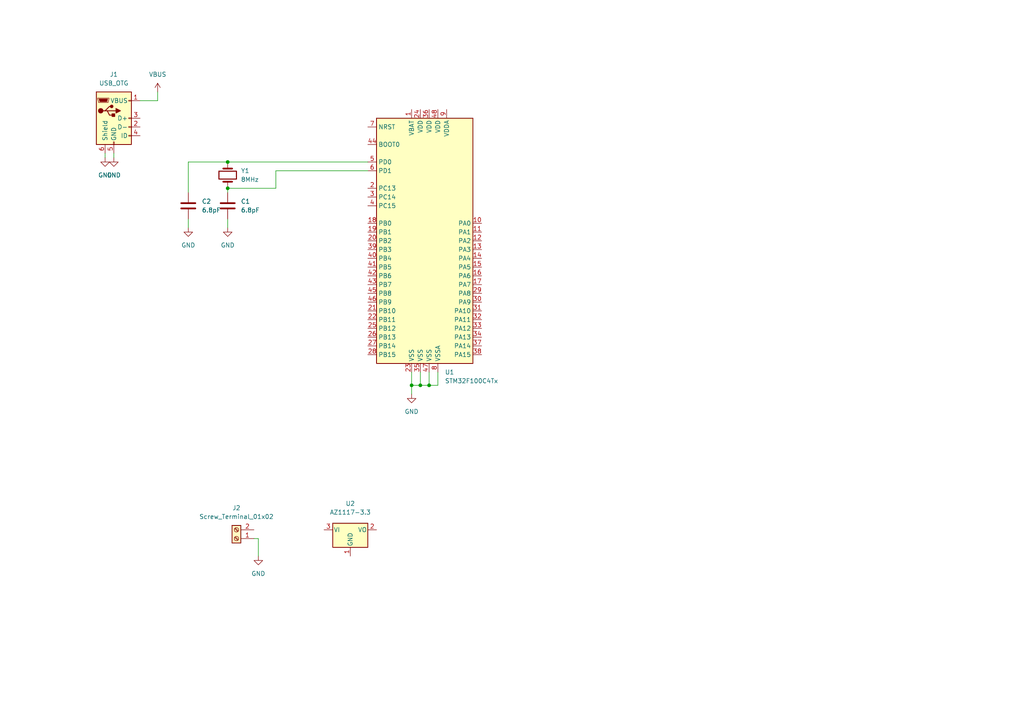
<source format=kicad_sch>
(kicad_sch (version 20211123) (generator eeschema)
  (paper "A4")
  (title_block (title "STM32F100C4_minsys") (date "2023-03-25") (rev "V01") (company "Elab Untidar") (comment 1 "Author : Dwi Kurniawan"))
  (lib_symbols
    (symbol "Connector:Screw_Terminal_01x02" (pin_names (offset 1.016) hide)
      (property "Reference" "J" (at 0 2.54 0))
      (property "Value" "Screw_Terminal_01x02" (at 0 -5.08 0))
      (symbol "Screw_Terminal_01x02_1_1"
        (rectangle (start -1.27 1.27) (end 1.27 -3.81) (stroke (width 0.254)) (fill (type background)))
        (circle (center 0 -2.54) (radius 0.635) (stroke (width 0.1524)))
        (polyline (pts (xy -0.5334 -2.2098) (xy 0.3302 -3.048)) (stroke (width 0.1524)))
        (polyline (pts (xy -0.5334 0.3302) (xy 0.3302 -0.508)) (stroke (width 0.1524)))
        (polyline (pts (xy -0.3556 -2.032) (xy 0.508 -2.8702)) (stroke (width 0.1524)))
        (polyline (pts (xy -0.3556 0.508) (xy 0.508 -0.3302)) (stroke (width 0.1524)))
        (circle (center 0 0) (radius 0.635) (stroke (width 0.1524)))
        (pin passive line (at -5.08 0 0) (length 3.81) (name "Pin_1") (number "1"))
        (pin passive line (at -5.08 -2.54 0) (length 3.81) (name "Pin_2") (number "2"))
      )
    )
    (symbol "Connector:USB_OTG" (pin_names (offset 1.016))
      (property "Reference" "J" (at -5.08 11.43 0))
      (property "Value" "USB_OTG" (at -5.08 8.89 0))
      (symbol "USB_OTG_0_1"
        (rectangle (start -5.08 -7.62) (end 5.08 7.62) (stroke (width 0.254)) (fill (type background)))
        (circle (center -3.81 2.159) (radius 0.635) (stroke (width 0.254)) (fill (type outline)))
        (circle (center -0.635 3.429) (radius 0.381) (stroke (width 0.254)) (fill (type outline)))
        (rectangle (start -0.127 -7.62) (end 0.127 -6.858))
        (polyline (pts (xy -1.905 2.159) (xy 0.635 2.159)) (stroke (width 0.254)))
        (polyline (pts (xy -3.175 2.159) (xy -2.54 2.159) (xy -1.27 3.429) (xy -0.635 3.429)) (stroke (width 0.254)))
        (polyline (pts (xy -2.54 2.159) (xy -1.905 2.159) (xy -1.27 0.889) (xy 0 0.889)) (stroke (width 0.254)))
        (polyline (pts (xy 0.635 2.794) (xy 0.635 1.524) (xy 1.905 2.159) (xy 0.635 2.794)) (stroke (width 0.254)) (fill (type outline)))
        (polyline (pts (xy -4.318 5.588) (xy -1.778 5.588) (xy -2.032 4.826) (xy -4.064 4.826) (xy -4.318 5.588)) (fill (type outline)))
        (polyline (pts (xy -4.699 5.842) (xy -4.699 5.588) (xy -4.445 4.826) (xy -4.445 4.572) (xy -1.651 4.572) (xy -1.651 4.826) (xy -1.397 5.588) (xy -1.397 5.842) (xy -4.699 5.842)))
        (rectangle (start 0.254 1.27) (end -0.508 0.508) (stroke (width 0.254)) (fill (type outline)))
        (rectangle (start 5.08 -5.207) (end 4.318 -4.953))
        (rectangle (start 5.08 -2.667) (end 4.318 -2.413))
        (rectangle (start 5.08 -0.127) (end 4.318 0.127))
        (rectangle (start 5.08 4.953) (end 4.318 5.207))
      )
      (symbol "USB_OTG_1_1"
        (pin passive line (at 7.62 5.08 180) (length 2.54) (name "VBUS") (number "1"))
        (pin bidirectional line (at 7.62 -2.54 180) (length 2.54) (name "D-") (number "2"))
        (pin bidirectional line (at 7.62 0 180) (length 2.54) (name "D+") (number "3"))
        (pin passive line (at 7.62 -5.08 180) (length 2.54) (name "ID") (number "4"))
        (pin passive line (at 0 -10.16 90) (length 2.54) (name "GND") (number "5"))
        (pin passive line (at -2.54 -10.16 90) (length 2.54) (name "Shield") (number "6"))
      )
    )
    (symbol "Device:C" (pin_numbers hide) (pin_names (offset 0.254))
      (property "Reference" "C" (at 0.635 2.54 0))
      (property "Value" "C" (at 0.635 -2.54 0))
      (symbol "C_0_1"
        (polyline (pts (xy -2.032 -0.762) (xy 2.032 -0.762)) (stroke (width 0.508)))
        (polyline (pts (xy -2.032 0.762) (xy 2.032 0.762)) (stroke (width 0.508)))
      )
      (symbol "C_1_1"
        (pin passive line (at 0 3.81 270) (length 2.794) (name "~") (number "1"))
        (pin passive line (at 0 -3.81 90) (length 2.794) (name "~") (number "2"))
      )
    )
    (symbol "Device:Crystal" (pin_numbers hide) (pin_names (offset 1.016) hide)
      (property "Reference" "Y" (at 0 3.81 0))
      (property "Value" "Crystal" (at 0 -3.81 0))
      (symbol "Crystal_0_1"
        (rectangle (start -1.143 2.54) (end 1.143 -2.54) (stroke (width 0.3048)))
        (polyline (pts (xy -2.54 0) (xy -1.905 0)))
        (polyline (pts (xy -1.905 -1.27) (xy -1.905 1.27)) (stroke (width 0.508)))
        (polyline (pts (xy 1.905 -1.27) (xy 1.905 1.27)) (stroke (width 0.508)))
        (polyline (pts (xy 2.54 0) (xy 1.905 0)))
      )
      (symbol "Crystal_1_1"
        (pin passive line (at -3.81 0 0) (length 1.27) (name "1") (number "1"))
        (pin passive line (at 3.81 0 180) (length 1.27) (name "2") (number "2"))
      )
    )
    (symbol "MCU_ST_STM32F1:STM32F100C4Tx"
      (property "Reference" "U" (at -15.24 36.83 0))
      (property "Value" "STM32F100C4Tx" (at 7.62 36.83 0))
      (symbol "STM32F100C4Tx_0_1"
        (rectangle (start -15.24 -35.56) (end 12.7 35.56) (stroke (width 0.254)) (fill (type background)))
      )
      (symbol "STM32F100C4Tx_1_1"
        (pin power_in line (at -5.08 38.1 270) (length 2.54) (name "VBAT") (number "1"))
        (pin bidirectional line (at 15.24 5.08 180) (length 2.54) (name "PA0") (number "10"))
        (pin bidirectional line (at 15.24 2.54 180) (length 2.54) (name "PA1") (number "11"))
        (pin bidirectional line (at 15.24 0 180) (length 2.54) (name "PA2") (number "12"))
        (pin bidirectional line (at 15.24 -2.54 180) (length 2.54) (name "PA3") (number "13"))
        (pin bidirectional line (at 15.24 -5.08 180) (length 2.54) (name "PA4") (number "14"))
        (pin bidirectional line (at 15.24 -7.62 180) (length 2.54) (name "PA5") (number "15"))
        (pin bidirectional line (at 15.24 -10.16 180) (length 2.54) (name "PA6") (number "16"))
        (pin bidirectional line (at 15.24 -12.7 180) (length 2.54) (name "PA7") (number "17"))
        (pin bidirectional line (at -17.78 5.08 0) (length 2.54) (name "PB0") (number "18"))
        (pin bidirectional line (at -17.78 2.54 0) (length 2.54) (name "PB1") (number "19"))
        (pin bidirectional line (at -17.78 15.24 0) (length 2.54) (name "PC13") (number "2"))
        (pin bidirectional line (at -17.78 0 0) (length 2.54) (name "PB2") (number "20"))
        (pin bidirectional line (at -17.78 -20.32 0) (length 2.54) (name "PB10") (number "21"))
        (pin bidirectional line (at -17.78 -22.86 0) (length 2.54) (name "PB11") (number "22"))
        (pin power_in line (at -5.08 -38.1 90) (length 2.54) (name "VSS") (number "23"))
        (pin power_in line (at -2.54 38.1 270) (length 2.54) (name "VDD") (number "24"))
        (pin bidirectional line (at -17.78 -25.4 0) (length 2.54) (name "PB12") (number "25"))
        (pin bidirectional line (at -17.78 -27.94 0) (length 2.54) (name "PB13") (number "26"))
        (pin bidirectional line (at -17.78 -30.48 0) (length 2.54) (name "PB14") (number "27"))
        (pin bidirectional line (at -17.78 -33.02 0) (length 2.54) (name "PB15") (number "28"))
        (pin bidirectional line (at 15.24 -15.24 180) (length 2.54) (name "PA8") (number "29"))
        (pin bidirectional line (at -17.78 12.7 0) (length 2.54) (name "PC14") (number "3"))
        (pin bidirectional line (at 15.24 -17.78 180) (length 2.54) (name "PA9") (number "30"))
        (pin bidirectional line (at 15.24 -20.32 180) (length 2.54) (name "PA10") (number "31"))
        (pin bidirectional line (at 15.24 -22.86 180) (length 2.54) (name "PA11") (number "32"))
        (pin bidirectional line (at 15.24 -25.4 180) (length 2.54) (name "PA12") (number "33"))
        (pin bidirectional line (at 15.24 -27.94 180) (length 2.54) (name "PA13") (number "34"))
        (pin power_in line (at -2.54 -38.1 90) (length 2.54) (name "VSS") (number "35"))
        (pin power_in line (at 0 38.1 270) (length 2.54) (name "VDD") (number "36"))
        (pin bidirectional line (at 15.24 -30.48 180) (length 2.54) (name "PA14") (number "37"))
        (pin bidirectional line (at 15.24 -33.02 180) (length 2.54) (name "PA15") (number "38"))
        (pin bidirectional line (at -17.78 -2.54 0) (length 2.54) (name "PB3") (number "39"))
        (pin bidirectional line (at -17.78 10.16 0) (length 2.54) (name "PC15") (number "4"))
        (pin bidirectional line (at -17.78 -5.08 0) (length 2.54) (name "PB4") (number "40"))
        (pin bidirectional line (at -17.78 -7.62 0) (length 2.54) (name "PB5") (number "41"))
        (pin bidirectional line (at -17.78 -10.16 0) (length 2.54) (name "PB6") (number "42"))
        (pin bidirectional line (at -17.78 -12.7 0) (length 2.54) (name "PB7") (number "43"))
        (pin input line (at -17.78 27.94 0) (length 2.54) (name "BOOT0") (number "44"))
        (pin bidirectional line (at -17.78 -15.24 0) (length 2.54) (name "PB8") (number "45"))
        (pin bidirectional line (at -17.78 -17.78 0) (length 2.54) (name "PB9") (number "46"))
        (pin power_in line (at 0 -38.1 90) (length 2.54) (name "VSS") (number "47"))
        (pin power_in line (at 2.54 38.1 270) (length 2.54) (name "VDD") (number "48"))
        (pin input line (at -17.78 22.86 0) (length 2.54) (name "PD0") (number "5"))
        (pin input line (at -17.78 20.32 0) (length 2.54) (name "PD1") (number "6"))
        (pin input line (at -17.78 33.02 0) (length 2.54) (name "NRST") (number "7"))
        (pin power_in line (at 2.54 -38.1 90) (length 2.54) (name "VSSA") (number "8"))
        (pin power_in line (at 5.08 38.1 270) (length 2.54) (name "VDDA") (number "9"))
      )
    )
    (symbol "Regulator_Linear:AZ1117-3.3" (pin_names (offset 0.254))
      (property "Reference" "U" (at -3.81 3.175 0))
      (property "Value" "AZ1117-3.3" (at 0 3.175 0))
      (symbol "AZ1117-3.3_0_1"
        (rectangle (start -5.08 1.905) (end 5.08 -5.08) (stroke (width 0.254)) (fill (type background)))
      )
      (symbol "AZ1117-3.3_1_1"
        (pin power_in line (at 0 -7.62 90) (length 2.54) (name "GND") (number "1"))
        (pin power_out line (at 7.62 0 180) (length 2.54) (name "VO") (number "2"))
        (pin power_in line (at -7.62 0 0) (length 2.54) (name "VI") (number "3"))
      )
    )
    (symbol "power:GND" (power) (pin_names (offset 0))
      (property "Value" "GND" (at 0 -3.81 0))
      (symbol "GND_0_1"
        (polyline (pts (xy 0 0) (xy 0 -1.27) (xy 1.27 -1.27) (xy 0 -2.54) (xy -1.27 -1.27) (xy 0 -1.27)))
      )
      (symbol "GND_1_1"
        (pin power_in line (at 0 0 270) (length 0) hide (name "GND") (number "1"))
      )
    )
    (symbol "power:VBUS" (power) (pin_names (offset 0))
      (property "Value" "VBUS" (at 0 3.81 0))
      (symbol "VBUS_0_1"
        (polyline (pts (xy -0.762 1.27) (xy 0 2.54)))
        (polyline (pts (xy 0 0) (xy 0 2.54)))
        (polyline (pts (xy 0 2.54) (xy 0.762 1.27)))
      )
      (symbol "VBUS_1_1"
        (pin power_in line (at 0 0 90) (length 0) hide (name "VBUS") (number "1"))
      )
    )
  )
  (junction (at 124.46 111.76))
  (junction (at 119.38 111.76))
  (junction (at 66.04 54.61))
  (junction (at 121.92 111.76))
  (junction (at 66.04 46.99))
  (wire (pts (xy 80.01 54.61) (xy 66.04 54.61)))
  (wire (pts (xy 121.92 111.76) (xy 119.38 111.76)))
  (wire (pts (xy 30.48 44.45) (xy 30.48 45.72)))
  (wire (pts (xy 127 107.95) (xy 127 111.76)))
  (wire (pts (xy 119.38 111.76) (xy 119.38 114.3)))
  (wire (pts (xy 119.38 107.95) (xy 119.38 111.76)))
  (wire (pts (xy 124.46 111.76) (xy 121.92 111.76)))
  (wire (pts (xy 74.93 156.21) (xy 73.66 156.21)))
  (wire (pts (xy 54.61 46.99) (xy 66.04 46.99)))
  (wire (pts (xy 54.61 55.88) (xy 54.61 46.99)))
  (wire (pts (xy 45.72 26.67) (xy 45.72 29.21)))
  (wire (pts (xy 124.46 107.95) (xy 124.46 111.76)))
  (wire (pts (xy 127 111.76) (xy 124.46 111.76)))
  (wire (pts (xy 66.04 54.61) (xy 66.04 55.88)))
  (wire (pts (xy 80.01 49.53) (xy 80.01 54.61)))
  (wire (pts (xy 106.68 49.53) (xy 80.01 49.53)))
  (wire (pts (xy 45.72 29.21) (xy 40.64 29.21)))
  (wire (pts (xy 54.61 63.5) (xy 54.61 66.04)))
  (wire (pts (xy 33.02 44.45) (xy 33.02 45.72)))
  (wire (pts (xy 66.04 63.5) (xy 66.04 66.04)))
  (wire (pts (xy 121.92 107.95) (xy 121.92 111.76)))
  (wire (pts (xy 74.93 161.29) (xy 74.93 156.21)))
  (wire (pts (xy 66.04 46.99) (xy 106.68 46.99)))
  (symbol (lib_id "power:GND") (at 119.38 114.3 0) (unit 1)
    (property "Reference" "#PWR?" (effects hide))
    (property "Value" "GND" (at 119.38 119.38 0))
  )
  (symbol (lib_id "power:GND") (at 74.93 161.29 0) (unit 1)
    (property "Reference" "#PWR0101" (effects hide))
    (property "Value" "GND" (at 74.93 166.37 0))
  )
  (symbol (lib_id "Device:C") (at 66.04 59.69 0) (unit 1)
    (property "Reference" "C1" (at 69.85 58.4199 0) (effects (justify left)))
    (property "Value" "6.8pF" (at 69.85 60.9599 0) (effects (justify left)))
    (property "Footprint" "Capacitor_SMD:C_0805_2012Metric_Pad1.18x1.45mm_HandSolder" (effects hide))
  )
  (symbol (lib_id "power:VBUS") (at 45.72 26.67 0) (unit 1)
    (property "Reference" "#PWR0104" (effects hide))
    (property "Value" "VBUS" (at 45.72 21.59 0))
  )
  (symbol (lib_id "MCU_ST_STM32F1:STM32F100C4Tx") (at 124.46 69.85 0) (unit 1)
    (property "Reference" "U1" (at 129.0194 107.95 0) (effects (justify left)))
    (property "Value" "STM32F100C4Tx" (at 129.0194 110.49 0) (effects (justify left)))
    (property "Footprint" "Package_QFP:LQFP-48_7x7mm_P0.5mm" (effects hide))
    (property "Datasheet" "http://www.st.com/st-web-ui/static/active/en/resource/technical/document/datasheet/CD00251732.pdf" (effects hide))
  )
  (symbol (lib_id "Connector:Screw_Terminal_01x02") (at 68.58 156.21 180) (unit 1)
    (property "Reference" "J2" (at 68.58 147.32 0))
    (property "Value" "Screw_Terminal_01x02" (at 68.58 149.86 0))
    (property "Footprint" "TerminalBlock:TerminalBlock_Altech_AK300-2_P5.00mm" (effects hide))
  )
  (symbol (lib_id "Device:C") (at 54.61 59.69 0) (unit 1)
    (property "Reference" "C2" (at 58.5309 58.4199 0) (effects (justify left)))
    (property "Value" "6.8pF" (at 58.5309 60.9599 0) (effects (justify left)))
    (property "Footprint" "Capacitor_SMD:C_0805_2012Metric_Pad1.18x1.45mm_HandSolder" (effects hide))
  )
  (symbol (lib_id "Regulator_Linear:AZ1117-3.3") (at 101.6 153.67 0) (unit 1)
    (property "Reference" "U2" (at 101.6 146.05 0))
    (property "Value" "AZ1117-3.3" (at 101.6 148.59 0))
    (property "Footprint" "Package_TO_SOT_SMD:SOT-89-3_Handsoldering" (effects hide))
    (property "Datasheet" "https://www.diodes.com/assets/Datasheets/AZ1117.pdf" (effects hide))
  )
  (symbol (lib_id "Device:Crystal") (at 66.04 50.8 90) (unit 1)
    (property "Reference" "Y1" (at 69.85 49.5299 90) (effects (justify right)))
    (property "Value" "8MHz" (at 69.85 52.0699 90) (effects (justify right)))
    (property "Footprint" "Crystal:Crystal_HC52-U_Vertical" (effects hide))
  )
  (symbol (lib_id "power:GND") (at 66.04 66.04 0) (unit 1)
    (property "Reference" "#PWR0105" (effects hide))
    (property "Value" "GND" (at 66.04 71.12 0))
  )
  (symbol (lib_id "power:GND") (at 33.02 45.72 0) (unit 1)
    (property "Reference" "#PWR0103" (effects hide))
    (property "Value" "GND" (at 33.02 50.8 0))
  )
  (symbol (lib_id "Connector:USB_OTG") (at 33.02 34.29 0) (unit 1)
    (property "Reference" "J1" (at 33.02 21.59 0))
    (property "Value" "USB_OTG" (at 33.02 24.13 0))
    (property "Footprint" "Connector_USB:USB_Micro-AB_Molex_47590-0001" (effects hide))
    (property "Datasheet" " ~" (effects hide))
  )
  (symbol (lib_id "power:GND") (at 54.61 66.04 0) (unit 1)
    (property "Reference" "#PWR0106" (effects hide))
    (property "Value" "GND" (at 54.61 71.12 0))
  )
  (symbol (lib_id "power:GND") (at 30.48 45.72 0) (unit 1)
    (property "Reference" "#PWR0102" (effects hide))
    (property "Value" "GND" (at 30.48 50.8 0))
  )
)
</source>
